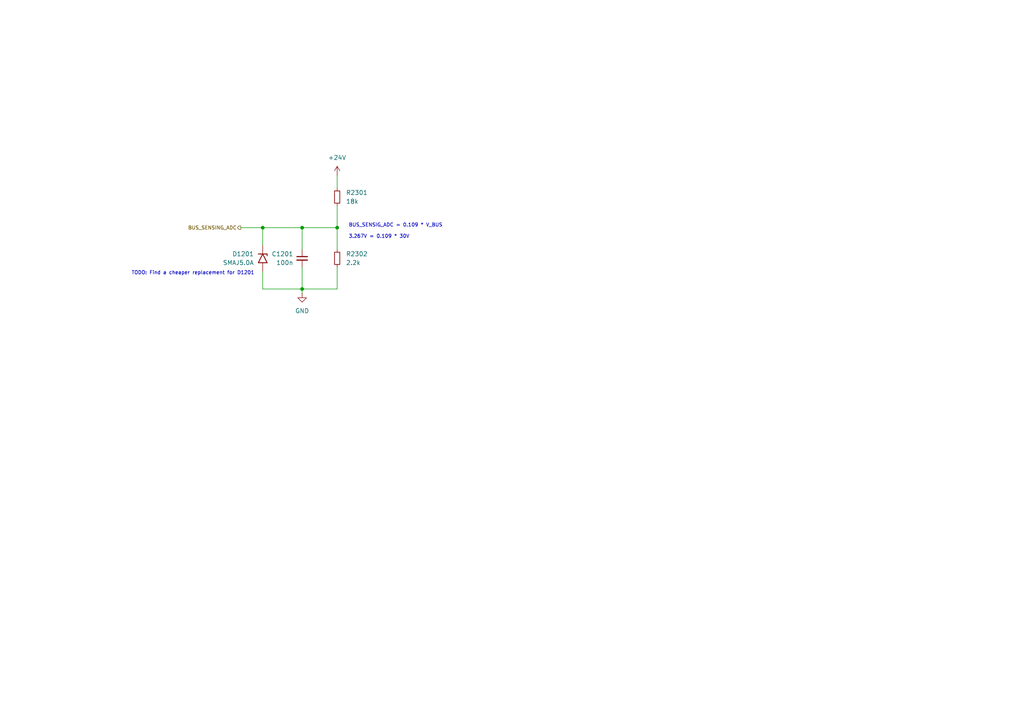
<source format=kicad_sch>
(kicad_sch (version 20250114) (generator "eeschema") (generator_version "9.0")
  (paper "A4")
  (lib_symbols
    (symbol "Device:C_Small" (pin_numbers (hide yes)) (pin_names (offset 0.254) (hide yes))
      (property "Reference" "C" (at 0.254 1.778 0))
      (property "Value" "C_Small" (at 0.254 -2.032 0))
      (symbol "C_Small_0_1"
        (polyline (pts (xy -1.524 0.508) (xy 1.524 0.508)) (stroke (width 0.3048)))
        (polyline (pts (xy -1.524 -0.508) (xy 1.524 -0.508)) (stroke (width 0.3302)))
      )
      (symbol "C_Small_1_1"
        (pin passive line (at 0 2.54 270) (length 2.032) (name "~") (number "1"))
        (pin passive line (at 0 -2.54 90) (length 2.032) (name "~") (number "2"))
      )
    )
    (symbol "Device:R_Small" (pin_numbers (hide yes)) (pin_names (offset 0.254) (hide yes))
      (property "Reference" "R" (at 0.762 0.508 0))
      (property "Value" "R_Small" (at 0.762 -1.016 0))
      (symbol "R_Small_0_1"
        (rectangle (start -0.762 1.778) (end 0.762 -1.778) (stroke (width 0.2032)))
      )
      (symbol "R_Small_1_1"
        (pin passive line (at 0 2.54 270) (length 0.762) (name "~") (number "1"))
        (pin passive line (at 0 -2.54 90) (length 0.762) (name "~") (number "2"))
      )
    )
    (symbol "Diode:SMAJ5.0A" (pin_numbers (hide yes)) (pin_names (offset 1.016) (hide yes))
      (property "Reference" "D" (at 0 2.54 0))
      (property "Value" "SMAJ5.0A" (at 0 -2.54 0))
      (symbol "SMAJ5.0A_0_1"
        (polyline (pts (xy -0.762 1.27) (xy -1.27 1.27) (xy -1.27 -1.27)) (stroke (width 0.254)))
        (polyline (pts (xy 1.27 1.27) (xy 1.27 -1.27) (xy -1.27 0) (xy 1.27 1.27)) (stroke (width 0.254)))
      )
      (symbol "SMAJ5.0A_1_1"
        (pin passive line (at -3.81 0 0) (length 2.54) (name "A1") (number "1"))
        (pin passive line (at 3.81 0 180) (length 2.54) (name "A2") (number "2"))
      )
    )
    (symbol "power:+24V" (power) (pin_numbers (hide yes)) (pin_names (offset 0) (hide yes))
      (property "Value" "+24V" (at 0 3.556 0))
      (symbol "+24V_0_1"
        (polyline (pts (xy -0.762 1.27) (xy 0 2.54)))
        (polyline (pts (xy 0 2.54) (xy 0.762 1.27)))
        (polyline (pts (xy 0 0) (xy 0 2.54)))
      )
      (symbol "+24V_1_1"
        (pin power_in line (at 0 0 90) (length 0) (name "~") (number "1"))
      )
    )
    (symbol "power:GND" (power) (pin_numbers (hide yes)) (pin_names (offset 0) (hide yes))
      (property "Value" "GND" (at 0 -3.81 0))
      (symbol "GND_0_1"
        (polyline (pts (xy 0 0) (xy 0 -1.27) (xy 1.27 -1.27) (xy 0 -2.54) (xy -1.27 -1.27) (xy 0 -1.27)))
      )
      (symbol "GND_1_1"
        (pin power_in line (at 0 0 270) (length 0) (name "~") (number "1"))
      )
    )
  )
  (text "TODO: Find a cheaper replacement for D1201\n" (at 38.1 79.248 0) (effects (font (size 1.016 1.016)) (justify left)))
  (text "BUS_SENSIG_ADC = 0.109 * V_BUS\n\n3.267V = 0.109 * 30V" (at 101.092 67.056 0) (effects (font (size 1.016 1.016)) (justify left)))
  (junction (at 97.79 66.04))
  (junction (at 76.2 66.04))
  (junction (at 87.63 66.04))
  (junction (at 87.63 83.82))
  (wire (pts (xy 97.79 50.8) (xy 97.79 54.61)))
  (wire (pts (xy 69.85 66.04) (xy 76.2 66.04)))
  (wire (pts (xy 97.79 83.82) (xy 97.79 77.47)))
  (wire (pts (xy 76.2 66.04) (xy 76.2 71.12)))
  (wire (pts (xy 76.2 78.74) (xy 76.2 83.82)))
  (wire (pts (xy 97.79 59.69) (xy 97.79 66.04)))
  (wire (pts (xy 76.2 83.82) (xy 87.63 83.82)))
  (wire (pts (xy 76.2 66.04) (xy 87.63 66.04)))
  (wire (pts (xy 87.63 83.82) (xy 87.63 85.09)))
  (wire (pts (xy 97.79 66.04) (xy 97.79 72.39)))
  (wire (pts (xy 87.63 77.47) (xy 87.63 83.82)))
  (wire (pts (xy 87.63 83.82) (xy 97.79 83.82)))
  (wire (pts (xy 87.63 66.04) (xy 97.79 66.04)))
  (wire (pts (xy 87.63 66.04) (xy 87.63 72.39)))
  (hierarchical_label "BUS_SENSING_ADC" (shape output) (at 69.85 66.04 180) (effects (font (size 1.016 1.016))))
  (symbol (lib_id "Device:C_Small") (at 87.63 74.93 0) (unit 1)
    (property "Reference" "C1201" (at 85.09 73.6662 0) (effects (justify right)))
    (property "Value" "100n" (at 85.09 76.2062 0) (effects (justify right)))
    (property "Description" "Unpolarized capacitor, small symbol" (effects (hide yes)))
  )
  (symbol (lib_id "power:GND") (at 87.63 85.09 0) (unit 1)
    (property "Reference" "#PWR02302" (effects (hide yes)))
    (property "Value" "GND" (at 87.63 90.17 0))
    (property "Description" "Power symbol creates a global label with name \"GND\" , ground" (effects (hide yes)))
  )
  (symbol (lib_id "Device:R_Small") (at 97.79 74.93 0) (unit 1)
    (property "Reference" "R2302" (at 100.33 73.6599 0) (effects (justify left)))
    (property "Value" "2.2k" (at 100.33 76.1999 0) (effects (justify left)))
    (property "Description" "Resistor, small symbol" (effects (hide yes)))
  )
  (symbol (lib_id "Device:R_Small") (at 97.79 57.15 0) (unit 1)
    (property "Reference" "R2301" (at 100.33 55.8799 0) (effects (justify left)))
    (property "Value" "18k" (at 100.33 58.4199 0) (effects (justify left)))
    (property "Description" "Resistor, small symbol" (effects (hide yes)))
  )
  (symbol (lib_id "power:+24V") (at 97.79 50.8 0) (unit 1)
    (property "Reference" "#PWR02301" (effects (hide yes)))
    (property "Value" "+24V" (at 97.79 45.72 0))
    (property "Description" "Power symbol creates a global label with name \"+24V\"" (effects (hide yes)))
  )
  (symbol (lib_id "Diode:SMAJ5.0A") (at 76.2 74.93 270) (unit 1)
    (property "Reference" "D1201" (at 73.66 73.6599 90) (effects (justify right)))
    (property "Value" "SMAJ5.0A" (at 73.66 76.1999 90) (effects (justify right)))
    (property "Footprint" "Diode_SMD:D_SMA" (effects (hide yes)))
    (property "Datasheet" "https://www.littelfuse.com/media?resourcetype=datasheets&itemid=75e32973-b177-4ee3-a0ff-cedaf1abdb93&filename=smaj-datasheet" (effects (hide yes)))
    (property "Description" "400W unidirectional Transient Voltage Suppressor, 5.0Vr, SMA(DO-214AC)" (effects (hide yes)))
  )
)
</source>
